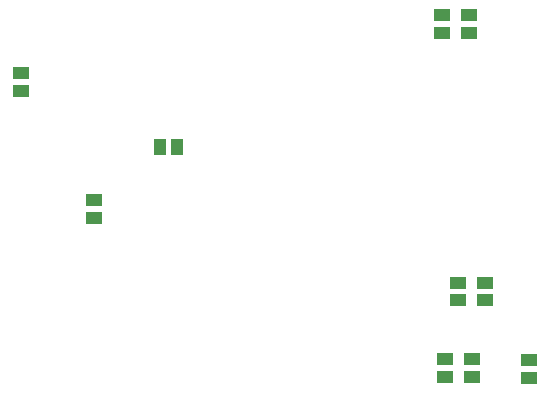
<source format=gbr>
G04 Layer_Color=128*
%FSLAX25Y25*%
%MOIN*%
%TF.FileFunction,Paste,Bot*%
%TF.Part,Single*%
G01*
G75*
%TA.AperFunction,SMDPad,CuDef*%
%ADD10R,0.04331X0.05512*%
%ADD11R,0.05512X0.04331*%
D10*
X105453Y111500D02*
D03*
X99547D02*
D03*
D11*
X77500Y93953D02*
D03*
Y88047D02*
D03*
X53435Y130232D02*
D03*
Y136138D02*
D03*
X222500Y34547D02*
D03*
Y40453D02*
D03*
X194500Y35047D02*
D03*
Y40953D02*
D03*
X203500Y35047D02*
D03*
Y40953D02*
D03*
X199000Y66405D02*
D03*
Y60500D02*
D03*
X208000Y66405D02*
D03*
Y60500D02*
D03*
X193500Y149547D02*
D03*
Y155453D02*
D03*
X202500Y149547D02*
D03*
Y155453D02*
D03*
%TF.MD5,E4621D9D790A5834E7E3755FBA3B5EAA*%
M02*

</source>
